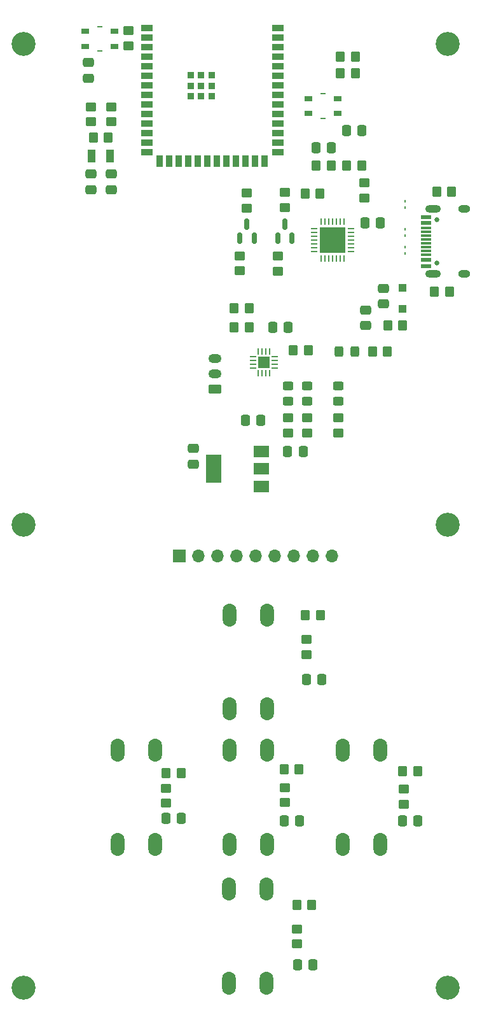
<source format=gbr>
%TF.GenerationSoftware,KiCad,Pcbnew,(6.0.0)*%
%TF.CreationDate,2024-11-07T04:23:40-05:00*%
%TF.ProjectId,sensor-hub,73656e73-6f72-42d6-9875-622e6b696361,rev?*%
%TF.SameCoordinates,Original*%
%TF.FileFunction,Soldermask,Top*%
%TF.FilePolarity,Negative*%
%FSLAX46Y46*%
G04 Gerber Fmt 4.6, Leading zero omitted, Abs format (unit mm)*
G04 Created by KiCad (PCBNEW (6.0.0)) date 2024-11-07 04:23:40*
%MOMM*%
%LPD*%
G01*
G04 APERTURE LIST*
G04 Aperture macros list*
%AMRoundRect*
0 Rectangle with rounded corners*
0 $1 Rounding radius*
0 $2 $3 $4 $5 $6 $7 $8 $9 X,Y pos of 4 corners*
0 Add a 4 corners polygon primitive as box body*
4,1,4,$2,$3,$4,$5,$6,$7,$8,$9,$2,$3,0*
0 Add four circle primitives for the rounded corners*
1,1,$1+$1,$2,$3*
1,1,$1+$1,$4,$5*
1,1,$1+$1,$6,$7*
1,1,$1+$1,$8,$9*
0 Add four rect primitives between the rounded corners*
20,1,$1+$1,$2,$3,$4,$5,0*
20,1,$1+$1,$4,$5,$6,$7,0*
20,1,$1+$1,$6,$7,$8,$9,0*
20,1,$1+$1,$8,$9,$2,$3,0*%
G04 Aperture macros list end*
%ADD10R,1.100000X1.100000*%
%ADD11C,0.650000*%
%ADD12R,1.450000X0.600000*%
%ADD13R,1.450000X0.300000*%
%ADD14O,1.600000X1.000000*%
%ADD15O,2.100000X1.000000*%
%ADD16RoundRect,0.250000X0.337500X0.475000X-0.337500X0.475000X-0.337500X-0.475000X0.337500X-0.475000X0*%
%ADD17R,0.250000X0.360000*%
%ADD18RoundRect,0.250000X0.350000X0.450000X-0.350000X0.450000X-0.350000X-0.450000X0.350000X-0.450000X0*%
%ADD19RoundRect,0.250000X0.475000X-0.337500X0.475000X0.337500X-0.475000X0.337500X-0.475000X-0.337500X0*%
%ADD20R,1.100000X0.700000*%
%ADD21R,0.700000X0.250000*%
%ADD22RoundRect,0.062500X0.337500X0.062500X-0.337500X0.062500X-0.337500X-0.062500X0.337500X-0.062500X0*%
%ADD23RoundRect,0.062500X0.062500X0.337500X-0.062500X0.337500X-0.062500X-0.337500X0.062500X-0.337500X0*%
%ADD24R,3.350000X3.350000*%
%ADD25RoundRect,0.250000X0.450000X-0.350000X0.450000X0.350000X-0.450000X0.350000X-0.450000X-0.350000X0*%
%ADD26RoundRect,0.250000X-0.337500X-0.475000X0.337500X-0.475000X0.337500X0.475000X-0.337500X0.475000X0*%
%ADD27RoundRect,0.150000X0.150000X-0.587500X0.150000X0.587500X-0.150000X0.587500X-0.150000X-0.587500X0*%
%ADD28RoundRect,0.250000X-0.325000X-0.450000X0.325000X-0.450000X0.325000X0.450000X-0.325000X0.450000X0*%
%ADD29RoundRect,0.250000X-0.475000X0.337500X-0.475000X-0.337500X0.475000X-0.337500X0.475000X0.337500X0*%
%ADD30RoundRect,0.250000X0.625000X-0.350000X0.625000X0.350000X-0.625000X0.350000X-0.625000X-0.350000X0*%
%ADD31O,1.750000X1.200000*%
%ADD32C,3.200000*%
%ADD33RoundRect,0.250000X-0.450000X0.325000X-0.450000X-0.325000X0.450000X-0.325000X0.450000X0.325000X0*%
%ADD34RoundRect,0.250000X-0.350000X-0.450000X0.350000X-0.450000X0.350000X0.450000X-0.350000X0.450000X0*%
%ADD35RoundRect,0.062500X-0.375000X-0.062500X0.375000X-0.062500X0.375000X0.062500X-0.375000X0.062500X0*%
%ADD36RoundRect,0.062500X-0.062500X-0.375000X0.062500X-0.375000X0.062500X0.375000X-0.062500X0.375000X0*%
%ADD37R,1.600000X1.600000*%
%ADD38R,1.500000X0.900000*%
%ADD39R,0.900000X1.500000*%
%ADD40R,0.900000X0.900000*%
%ADD41R,2.000000X1.500000*%
%ADD42R,2.000000X3.800000*%
%ADD43R,1.000000X1.800000*%
%ADD44O,1.850000X3.048000*%
%ADD45R,1.700000X1.700000*%
%ADD46O,1.700000X1.700000*%
G04 APERTURE END LIST*
D10*
%TO.C,D5*%
X133000000Y-65250000D03*
X133000000Y-62450000D03*
%TD*%
D11*
%TO.C,J1*%
X137560000Y-53410000D03*
X137560000Y-59190000D03*
D12*
X136115000Y-59550000D03*
X136115000Y-58750000D03*
D13*
X136115000Y-57550000D03*
X136115000Y-56550000D03*
X136115000Y-56050000D03*
X136115000Y-55050000D03*
D12*
X136115000Y-53850000D03*
X136115000Y-53050000D03*
X136115000Y-53050000D03*
X136115000Y-53850000D03*
D13*
X136115000Y-54550000D03*
X136115000Y-55550000D03*
X136115000Y-57050000D03*
X136115000Y-58050000D03*
D12*
X136115000Y-58750000D03*
X136115000Y-59550000D03*
D14*
X141210000Y-60620000D03*
X141210000Y-51980000D03*
D15*
X137030000Y-60620000D03*
X137030000Y-51980000D03*
%TD*%
D16*
%TO.C,C1*%
X117737500Y-67700000D03*
X115662500Y-67700000D03*
%TD*%
D17*
%TO.C,D8*%
X133300000Y-51770000D03*
X133300000Y-50930000D03*
%TD*%
D18*
%TO.C,R1*%
X112550000Y-65150000D03*
X110550000Y-65150000D03*
%TD*%
D19*
%TO.C,C4*%
X128050000Y-67487500D03*
X128050000Y-65412500D03*
%TD*%
D18*
%TO.C,R17*%
X122050000Y-105950000D03*
X120050000Y-105950000D03*
%TD*%
D17*
%TO.C,D2*%
X133300000Y-57080000D03*
X133300000Y-57920000D03*
%TD*%
D20*
%TO.C,SW2*%
X124350000Y-37300000D03*
X120450000Y-37300000D03*
X124350000Y-39300000D03*
X120450000Y-39300000D03*
D21*
X122400000Y-36675000D03*
X122400000Y-39925000D03*
%TD*%
D22*
%TO.C,U4*%
X126100000Y-57600000D03*
X126100000Y-57100000D03*
X126100000Y-56600000D03*
X126100000Y-56100000D03*
X126100000Y-55600000D03*
X126100000Y-55100000D03*
X126100000Y-54600000D03*
D23*
X125150000Y-53650000D03*
X124650000Y-53650000D03*
X124150000Y-53650000D03*
X123650000Y-53650000D03*
X123150000Y-53650000D03*
X122650000Y-53650000D03*
X122150000Y-53650000D03*
D22*
X121200000Y-54600000D03*
X121200000Y-55100000D03*
X121200000Y-55600000D03*
X121200000Y-56100000D03*
X121200000Y-56600000D03*
X121200000Y-57100000D03*
X121200000Y-57600000D03*
D23*
X122150000Y-58550000D03*
X122650000Y-58550000D03*
X123150000Y-58550000D03*
X123650000Y-58550000D03*
X124150000Y-58550000D03*
X124650000Y-58550000D03*
X125150000Y-58550000D03*
D24*
X123650000Y-56100000D03*
%TD*%
D25*
%TO.C,R9*%
X124450000Y-81750000D03*
X124450000Y-79750000D03*
%TD*%
D18*
%TO.C,R18*%
X103500000Y-127000000D03*
X101500000Y-127000000D03*
%TD*%
D26*
%TO.C,C18*%
X121412500Y-43800000D03*
X123487500Y-43800000D03*
%TD*%
D27*
%TO.C,Q2*%
X111300000Y-55887500D03*
X113200000Y-55887500D03*
X112250000Y-54012500D03*
%TD*%
%TO.C,Q1*%
X116350000Y-55887500D03*
X118250000Y-55887500D03*
X117300000Y-54012500D03*
%TD*%
D28*
%TO.C,D6*%
X124525000Y-70900000D03*
X126575000Y-70900000D03*
%TD*%
D25*
%TO.C,R23*%
X101500000Y-131000000D03*
X101500000Y-129000000D03*
%TD*%
D17*
%TO.C,D1*%
X133300000Y-55520000D03*
X133300000Y-54680000D03*
%TD*%
D18*
%TO.C,R15*%
X120900000Y-144500000D03*
X118900000Y-144500000D03*
%TD*%
D29*
%TO.C,C6*%
X105100000Y-83812500D03*
X105100000Y-85887500D03*
%TD*%
D16*
%TO.C,C15*%
X122237500Y-114550000D03*
X120162500Y-114550000D03*
%TD*%
D25*
%TO.C,R6*%
X117750000Y-81750000D03*
X117750000Y-79750000D03*
%TD*%
D26*
%TO.C,C5*%
X117662500Y-84200000D03*
X119737500Y-84200000D03*
%TD*%
D30*
%TO.C,J2*%
X107950000Y-75900000D03*
D31*
X107950000Y-73900000D03*
X107950000Y-71900000D03*
%TD*%
D32*
%TO.C,H3*%
X82500000Y-94000000D03*
%TD*%
D18*
%TO.C,R3*%
X112550000Y-67750000D03*
X110550000Y-67750000D03*
%TD*%
D25*
%TO.C,R12*%
X96500000Y-30300000D03*
X96500000Y-28300000D03*
%TD*%
D33*
%TO.C,D7*%
X124450000Y-75525000D03*
X124450000Y-77575000D03*
%TD*%
D29*
%TO.C,C7*%
X91500000Y-47312500D03*
X91500000Y-49387500D03*
%TD*%
D25*
%TO.C,R21*%
X133100000Y-131100000D03*
X133100000Y-129100000D03*
%TD*%
D16*
%TO.C,C17*%
X119287500Y-133350000D03*
X117212500Y-133350000D03*
%TD*%
D34*
%TO.C,FB1*%
X131000000Y-67500000D03*
X133000000Y-67500000D03*
%TD*%
D35*
%TO.C,U1*%
X113062500Y-71650000D03*
X113062500Y-72150000D03*
X113062500Y-72650000D03*
X113062500Y-73150000D03*
D36*
X113750000Y-73837500D03*
X114250000Y-73837500D03*
X114750000Y-73837500D03*
X115250000Y-73837500D03*
D35*
X115937500Y-73150000D03*
X115937500Y-72650000D03*
X115937500Y-72150000D03*
X115937500Y-71650000D03*
D36*
X115250000Y-70962500D03*
X114750000Y-70962500D03*
X114250000Y-70962500D03*
X113750000Y-70962500D03*
D37*
X114500000Y-72400000D03*
%TD*%
D18*
%TO.C,R16*%
X135000000Y-126700000D03*
X133000000Y-126700000D03*
%TD*%
D26*
%TO.C,C19*%
X127962500Y-53800000D03*
X130037500Y-53800000D03*
%TD*%
D34*
%TO.C,R11*%
X91800000Y-42500000D03*
X93800000Y-42500000D03*
%TD*%
D25*
%TO.C,R13*%
X94150000Y-40400000D03*
X94150000Y-38400000D03*
%TD*%
%TO.C,R22*%
X120200000Y-111200000D03*
X120200000Y-109200000D03*
%TD*%
D18*
%TO.C,R19*%
X119200000Y-126500000D03*
X117200000Y-126500000D03*
%TD*%
D25*
%TO.C,R33*%
X117300000Y-51800000D03*
X117300000Y-49800000D03*
%TD*%
%TO.C,R20*%
X118900000Y-149700000D03*
X118900000Y-147700000D03*
%TD*%
D34*
%TO.C,R30*%
X124700000Y-33900000D03*
X126700000Y-33900000D03*
%TD*%
%TO.C,R29*%
X124700000Y-31700000D03*
X126700000Y-31700000D03*
%TD*%
D18*
%TO.C,R25*%
X127550000Y-46250000D03*
X125550000Y-46250000D03*
%TD*%
D16*
%TO.C,C14*%
X135037500Y-133300000D03*
X132962500Y-133300000D03*
%TD*%
D32*
%TO.C,H6*%
X139000000Y-155500000D03*
%TD*%
D18*
%TO.C,R8*%
X130950000Y-70900000D03*
X128950000Y-70900000D03*
%TD*%
D38*
%TO.C,U3*%
X98900000Y-27890000D03*
X98900000Y-29160000D03*
X98900000Y-30430000D03*
X98900000Y-31700000D03*
X98900000Y-32970000D03*
X98900000Y-34240000D03*
X98900000Y-35510000D03*
X98900000Y-36780000D03*
X98900000Y-38050000D03*
X98900000Y-39320000D03*
X98900000Y-40590000D03*
X98900000Y-41860000D03*
X98900000Y-43130000D03*
X98900000Y-44400000D03*
D39*
X100665000Y-45650000D03*
X101935000Y-45650000D03*
X103205000Y-45650000D03*
X104475000Y-45650000D03*
X105745000Y-45650000D03*
X107015000Y-45650000D03*
X108285000Y-45650000D03*
X109555000Y-45650000D03*
X110825000Y-45650000D03*
X112095000Y-45650000D03*
X113365000Y-45650000D03*
X114635000Y-45650000D03*
D38*
X116400000Y-44400000D03*
X116400000Y-43130000D03*
X116400000Y-41860000D03*
X116400000Y-40590000D03*
X116400000Y-39320000D03*
X116400000Y-38050000D03*
X116400000Y-36780000D03*
X116400000Y-35510000D03*
X116400000Y-34240000D03*
X116400000Y-32970000D03*
X116400000Y-31700000D03*
X116400000Y-30430000D03*
X116400000Y-29160000D03*
X116400000Y-27890000D03*
D40*
X104750000Y-34210000D03*
X107550000Y-35610000D03*
X106150000Y-34210000D03*
X107550000Y-34210000D03*
X106150000Y-35610000D03*
X107550000Y-37010000D03*
X104750000Y-37010000D03*
X106150000Y-37010000D03*
X104750000Y-35610000D03*
%TD*%
D25*
%TO.C,R10*%
X91450000Y-40400000D03*
X91450000Y-38400000D03*
%TD*%
D18*
%TO.C,R5*%
X139200000Y-63000000D03*
X137200000Y-63000000D03*
%TD*%
D16*
%TO.C,C9*%
X127587500Y-41550000D03*
X125512500Y-41550000D03*
%TD*%
D34*
%TO.C,R2*%
X118400000Y-70800000D03*
X120400000Y-70800000D03*
%TD*%
%TO.C,R28*%
X120000000Y-49900000D03*
X122000000Y-49900000D03*
%TD*%
D33*
%TO.C,D3*%
X117750000Y-75525000D03*
X117750000Y-77575000D03*
%TD*%
D25*
%TO.C,R27*%
X127900000Y-50500000D03*
X127900000Y-48500000D03*
%TD*%
%TO.C,R34*%
X112250000Y-51850000D03*
X112250000Y-49850000D03*
%TD*%
D16*
%TO.C,C13*%
X121037500Y-152500000D03*
X118962500Y-152500000D03*
%TD*%
D18*
%TO.C,R26*%
X123450000Y-46250000D03*
X121450000Y-46250000D03*
%TD*%
D20*
%TO.C,SW1*%
X94650000Y-28350000D03*
X90750000Y-28350000D03*
X90750000Y-30350000D03*
X94650000Y-30350000D03*
D21*
X92700000Y-27725000D03*
X92700000Y-30975000D03*
%TD*%
D41*
%TO.C,U2*%
X114150000Y-88850000D03*
X114150000Y-86550000D03*
D42*
X107850000Y-86550000D03*
D41*
X114150000Y-84250000D03*
%TD*%
D32*
%TO.C,H5*%
X82500000Y-155500000D03*
%TD*%
D29*
%TO.C,C10*%
X94200000Y-47312500D03*
X94200000Y-49387500D03*
%TD*%
D43*
%TO.C,Y1*%
X94050000Y-44900000D03*
X91550000Y-44900000D03*
%TD*%
D25*
%TO.C,R31*%
X116350000Y-60250000D03*
X116350000Y-58250000D03*
%TD*%
D16*
%TO.C,C2*%
X114087500Y-80050000D03*
X112012500Y-80050000D03*
%TD*%
D29*
%TO.C,C3*%
X130450000Y-62512500D03*
X130450000Y-64587500D03*
%TD*%
D25*
%TO.C,R32*%
X111250000Y-60200000D03*
X111250000Y-58200000D03*
%TD*%
D19*
%TO.C,C8*%
X91150000Y-34587500D03*
X91150000Y-32512500D03*
%TD*%
D16*
%TO.C,C16*%
X103537500Y-133000000D03*
X101462500Y-133000000D03*
%TD*%
D32*
%TO.C,H2*%
X139000000Y-30000000D03*
%TD*%
D25*
%TO.C,R24*%
X117300000Y-130900000D03*
X117300000Y-128900000D03*
%TD*%
%TO.C,R7*%
X120300000Y-81750000D03*
X120300000Y-79750000D03*
%TD*%
D32*
%TO.C,H1*%
X82500000Y-30000000D03*
%TD*%
D33*
%TO.C,D4*%
X120300000Y-75525000D03*
X120300000Y-77575000D03*
%TD*%
D32*
%TO.C,H4*%
X139000000Y-94000000D03*
%TD*%
D18*
%TO.C,R4*%
X139500000Y-49700000D03*
X137500000Y-49700000D03*
%TD*%
D44*
%TO.C,SW3*%
X109850000Y-154900000D03*
X109850000Y-142400000D03*
X114850000Y-142400000D03*
X114850000Y-154900000D03*
%TD*%
%TO.C,SW4*%
X125000000Y-123960000D03*
X125000000Y-136460000D03*
X130000000Y-136460000D03*
X130000000Y-123960000D03*
%TD*%
%TO.C,SW7*%
X109900000Y-136460000D03*
X109900000Y-123960000D03*
X114900000Y-123960000D03*
X114900000Y-136460000D03*
%TD*%
D45*
%TO.C,J3*%
X103250000Y-98150000D03*
D46*
X105790000Y-98150000D03*
X108330000Y-98150000D03*
X110870000Y-98150000D03*
X113410000Y-98150000D03*
X115950000Y-98150000D03*
X118490000Y-98150000D03*
X121030000Y-98150000D03*
X123570000Y-98150000D03*
%TD*%
D44*
%TO.C,SW5*%
X109900000Y-118460000D03*
X109900000Y-105960000D03*
X114900000Y-118460000D03*
X114900000Y-105960000D03*
%TD*%
%TO.C,SW6*%
X95000000Y-123960000D03*
X95000000Y-136460000D03*
X100000000Y-136460000D03*
X100000000Y-123960000D03*
%TD*%
M02*

</source>
